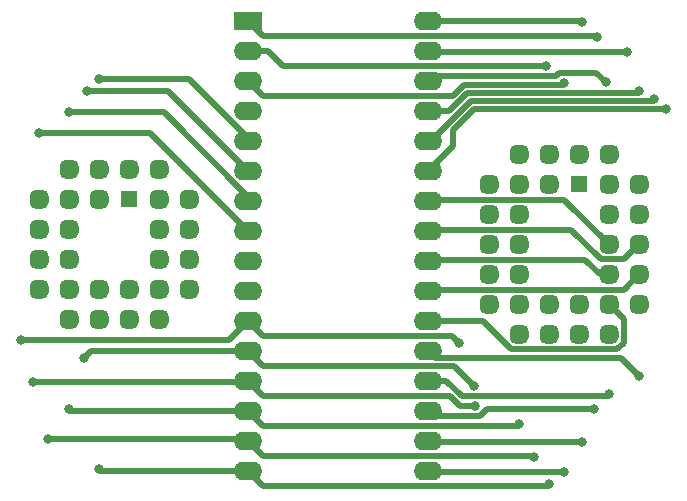
<source format=gbr>
G04 #@! TF.GenerationSoftware,KiCad,Pcbnew,5.1.7-a382d34a8~88~ubuntu20.04.1*
G04 #@! TF.CreationDate,2021-03-27T06:24:58-07:00*
G04 #@! TF.ProjectId,galep4-plcc-28,67616c65-7034-42d7-906c-63632d32382e,Mar2021*
G04 #@! TF.SameCoordinates,Original*
G04 #@! TF.FileFunction,Copper,L1,Top*
G04 #@! TF.FilePolarity,Positive*
%FSLAX46Y46*%
G04 Gerber Fmt 4.6, Leading zero omitted, Abs format (unit mm)*
G04 Created by KiCad (PCBNEW 5.1.7-a382d34a8~88~ubuntu20.04.1) date 2021-03-27 06:24:58*
%MOMM*%
%LPD*%
G01*
G04 APERTURE LIST*
G04 #@! TA.AperFunction,ComponentPad*
%ADD10O,2.400000X1.600000*%
G04 #@! TD*
G04 #@! TA.AperFunction,ComponentPad*
%ADD11R,2.400000X1.600000*%
G04 #@! TD*
G04 #@! TA.AperFunction,ComponentPad*
%ADD12R,1.422400X1.422400*%
G04 #@! TD*
G04 #@! TA.AperFunction,ViaPad*
%ADD13C,0.800000*%
G04 #@! TD*
G04 #@! TA.AperFunction,Conductor*
%ADD14C,0.500000*%
G04 #@! TD*
G04 APERTURE END LIST*
D10*
G04 #@! TO.P,U3,32*
G04 #@! TO.N,/32*
X180238000Y-78380000D03*
G04 #@! TO.P,U3,16*
G04 #@! TO.N,/16*
X164998000Y-116480000D03*
G04 #@! TO.P,U3,31*
G04 #@! TO.N,/31*
X180238000Y-80920000D03*
G04 #@! TO.P,U3,15*
G04 #@! TO.N,/15*
X164998000Y-113940000D03*
G04 #@! TO.P,U3,30*
G04 #@! TO.N,/30*
X180238000Y-83460000D03*
G04 #@! TO.P,U3,14*
G04 #@! TO.N,/14*
X164998000Y-111400000D03*
G04 #@! TO.P,U3,29*
G04 #@! TO.N,/29*
X180238000Y-86000000D03*
G04 #@! TO.P,U3,13*
G04 #@! TO.N,/13*
X164998000Y-108860000D03*
G04 #@! TO.P,U3,28*
G04 #@! TO.N,/28*
X180238000Y-88540000D03*
G04 #@! TO.P,U3,12*
G04 #@! TO.N,/12*
X164998000Y-106320000D03*
G04 #@! TO.P,U3,27*
G04 #@! TO.N,/27*
X180238000Y-91080000D03*
G04 #@! TO.P,U3,11*
G04 #@! TO.N,/11*
X164998000Y-103780000D03*
G04 #@! TO.P,U3,26*
G04 #@! TO.N,/26*
X180238000Y-93620000D03*
G04 #@! TO.P,U3,10*
G04 #@! TO.N,/10*
X164998000Y-101240000D03*
G04 #@! TO.P,U3,25*
G04 #@! TO.N,/25*
X180238000Y-96160000D03*
G04 #@! TO.P,U3,9*
G04 #@! TO.N,/24-5*
X164998000Y-98700000D03*
G04 #@! TO.P,U3,24*
G04 #@! TO.N,/24*
X180238000Y-98700000D03*
G04 #@! TO.P,U3,8*
G04 #@! TO.N,/24-4*
X164998000Y-96160000D03*
G04 #@! TO.P,U3,23*
G04 #@! TO.N,/23*
X180238000Y-101240000D03*
G04 #@! TO.P,U3,7*
G04 #@! TO.N,/24-3*
X164998000Y-93620000D03*
G04 #@! TO.P,U3,22*
G04 #@! TO.N,/22*
X180238000Y-103780000D03*
G04 #@! TO.P,U3,6*
G04 #@! TO.N,/24-2*
X164998000Y-91080000D03*
G04 #@! TO.P,U3,21*
G04 #@! TO.N,/21*
X180238000Y-106320000D03*
G04 #@! TO.P,U3,5*
G04 #@! TO.N,/24-1*
X164998000Y-88540000D03*
G04 #@! TO.P,U3,20*
G04 #@! TO.N,/20*
X180238000Y-108860000D03*
G04 #@! TO.P,U3,4*
G04 #@! TO.N,/4*
X164998000Y-86000000D03*
G04 #@! TO.P,U3,19*
G04 #@! TO.N,/19*
X180238000Y-111400000D03*
G04 #@! TO.P,U3,3*
G04 #@! TO.N,/3*
X164998000Y-83460000D03*
G04 #@! TO.P,U3,18*
G04 #@! TO.N,/18*
X180238000Y-113940000D03*
G04 #@! TO.P,U3,2*
G04 #@! TO.N,/2*
X164998000Y-80920000D03*
G04 #@! TO.P,U3,17*
G04 #@! TO.N,/17*
X180238000Y-116480000D03*
D11*
G04 #@! TO.P,U3,1*
G04 #@! TO.N,/1*
X164998000Y-78380000D03*
G04 #@! TD*
G04 #@! TO.P,U2,29*
G04 #@! TO.N,/29*
G04 #@! TA.AperFunction,ComponentPad*
G36*
G01*
X197320000Y-92502800D02*
X197320000Y-91901200D01*
G75*
G02*
X197819200Y-91402000I499200J0D01*
G01*
X198420800Y-91402000D01*
G75*
G02*
X198920000Y-91901200I0J-499200D01*
G01*
X198920000Y-92502800D01*
G75*
G02*
X198420800Y-93002000I-499200J0D01*
G01*
X197819200Y-93002000D01*
G75*
G02*
X197320000Y-92502800I0J499200D01*
G01*
G37*
G04 #@! TD.AperFunction*
G04 #@! TO.P,U2,27*
G04 #@! TO.N,/27*
G04 #@! TA.AperFunction,ComponentPad*
G36*
G01*
X197320000Y-95042800D02*
X197320000Y-94441200D01*
G75*
G02*
X197819200Y-93942000I499200J0D01*
G01*
X198420800Y-93942000D01*
G75*
G02*
X198920000Y-94441200I0J-499200D01*
G01*
X198920000Y-95042800D01*
G75*
G02*
X198420800Y-95542000I-499200J0D01*
G01*
X197819200Y-95542000D01*
G75*
G02*
X197320000Y-95042800I0J499200D01*
G01*
G37*
G04 #@! TD.AperFunction*
G04 #@! TO.P,U2,25*
G04 #@! TO.N,/25*
G04 #@! TA.AperFunction,ComponentPad*
G36*
G01*
X197320000Y-97582800D02*
X197320000Y-96981200D01*
G75*
G02*
X197819200Y-96482000I499200J0D01*
G01*
X198420800Y-96482000D01*
G75*
G02*
X198920000Y-96981200I0J-499200D01*
G01*
X198920000Y-97582800D01*
G75*
G02*
X198420800Y-98082000I-499200J0D01*
G01*
X197819200Y-98082000D01*
G75*
G02*
X197320000Y-97582800I0J499200D01*
G01*
G37*
G04 #@! TD.AperFunction*
G04 #@! TO.P,U2,23*
G04 #@! TO.N,/23*
G04 #@! TA.AperFunction,ComponentPad*
G36*
G01*
X197320000Y-100122800D02*
X197320000Y-99521200D01*
G75*
G02*
X197819200Y-99022000I499200J0D01*
G01*
X198420800Y-99022000D01*
G75*
G02*
X198920000Y-99521200I0J-499200D01*
G01*
X198920000Y-100122800D01*
G75*
G02*
X198420800Y-100622000I-499200J0D01*
G01*
X197819200Y-100622000D01*
G75*
G02*
X197320000Y-100122800I0J499200D01*
G01*
G37*
G04 #@! TD.AperFunction*
G04 #@! TO.P,U2,28*
G04 #@! TO.N,/28*
G04 #@! TA.AperFunction,ComponentPad*
G36*
G01*
X194780000Y-95042800D02*
X194780000Y-94441200D01*
G75*
G02*
X195279200Y-93942000I499200J0D01*
G01*
X195880800Y-93942000D01*
G75*
G02*
X196380000Y-94441200I0J-499200D01*
G01*
X196380000Y-95042800D01*
G75*
G02*
X195880800Y-95542000I-499200J0D01*
G01*
X195279200Y-95542000D01*
G75*
G02*
X194780000Y-95042800I0J499200D01*
G01*
G37*
G04 #@! TD.AperFunction*
G04 #@! TO.P,U2,26*
G04 #@! TO.N,/26*
G04 #@! TA.AperFunction,ComponentPad*
G36*
G01*
X194780000Y-97582800D02*
X194780000Y-96981200D01*
G75*
G02*
X195279200Y-96482000I499200J0D01*
G01*
X195880800Y-96482000D01*
G75*
G02*
X196380000Y-96981200I0J-499200D01*
G01*
X196380000Y-97582800D01*
G75*
G02*
X195880800Y-98082000I-499200J0D01*
G01*
X195279200Y-98082000D01*
G75*
G02*
X194780000Y-97582800I0J499200D01*
G01*
G37*
G04 #@! TD.AperFunction*
G04 #@! TO.P,U2,24*
G04 #@! TO.N,/24*
G04 #@! TA.AperFunction,ComponentPad*
G36*
G01*
X194780000Y-100122800D02*
X194780000Y-99521200D01*
G75*
G02*
X195279200Y-99022000I499200J0D01*
G01*
X195880800Y-99022000D01*
G75*
G02*
X196380000Y-99521200I0J-499200D01*
G01*
X196380000Y-100122800D01*
G75*
G02*
X195880800Y-100622000I-499200J0D01*
G01*
X195279200Y-100622000D01*
G75*
G02*
X194780000Y-100122800I0J499200D01*
G01*
G37*
G04 #@! TD.AperFunction*
G04 #@! TO.P,U2,22*
G04 #@! TO.N,/22*
G04 #@! TA.AperFunction,ComponentPad*
G36*
G01*
X194780000Y-102662800D02*
X194780000Y-102061200D01*
G75*
G02*
X195279200Y-101562000I499200J0D01*
G01*
X195880800Y-101562000D01*
G75*
G02*
X196380000Y-102061200I0J-499200D01*
G01*
X196380000Y-102662800D01*
G75*
G02*
X195880800Y-103162000I-499200J0D01*
G01*
X195279200Y-103162000D01*
G75*
G02*
X194780000Y-102662800I0J499200D01*
G01*
G37*
G04 #@! TD.AperFunction*
G04 #@! TO.P,U2,20*
G04 #@! TO.N,/20*
G04 #@! TA.AperFunction,ComponentPad*
G36*
G01*
X194780000Y-105202800D02*
X194780000Y-104601200D01*
G75*
G02*
X195279200Y-104102000I499200J0D01*
G01*
X195880800Y-104102000D01*
G75*
G02*
X196380000Y-104601200I0J-499200D01*
G01*
X196380000Y-105202800D01*
G75*
G02*
X195880800Y-105702000I-499200J0D01*
G01*
X195279200Y-105702000D01*
G75*
G02*
X194780000Y-105202800I0J499200D01*
G01*
G37*
G04 #@! TD.AperFunction*
G04 #@! TO.P,U2,18*
G04 #@! TO.N,/18*
G04 #@! TA.AperFunction,ComponentPad*
G36*
G01*
X192240000Y-105202800D02*
X192240000Y-104601200D01*
G75*
G02*
X192739200Y-104102000I499200J0D01*
G01*
X193340800Y-104102000D01*
G75*
G02*
X193840000Y-104601200I0J-499200D01*
G01*
X193840000Y-105202800D01*
G75*
G02*
X193340800Y-105702000I-499200J0D01*
G01*
X192739200Y-105702000D01*
G75*
G02*
X192240000Y-105202800I0J499200D01*
G01*
G37*
G04 #@! TD.AperFunction*
G04 #@! TO.P,U2,16*
G04 #@! TO.N,/16*
G04 #@! TA.AperFunction,ComponentPad*
G36*
G01*
X189700000Y-105202800D02*
X189700000Y-104601200D01*
G75*
G02*
X190199200Y-104102000I499200J0D01*
G01*
X190800800Y-104102000D01*
G75*
G02*
X191300000Y-104601200I0J-499200D01*
G01*
X191300000Y-105202800D01*
G75*
G02*
X190800800Y-105702000I-499200J0D01*
G01*
X190199200Y-105702000D01*
G75*
G02*
X189700000Y-105202800I0J499200D01*
G01*
G37*
G04 #@! TD.AperFunction*
G04 #@! TO.P,U2,14*
G04 #@! TO.N,/14*
G04 #@! TA.AperFunction,ComponentPad*
G36*
G01*
X187160000Y-105202800D02*
X187160000Y-104601200D01*
G75*
G02*
X187659200Y-104102000I499200J0D01*
G01*
X188260800Y-104102000D01*
G75*
G02*
X188760000Y-104601200I0J-499200D01*
G01*
X188760000Y-105202800D01*
G75*
G02*
X188260800Y-105702000I-499200J0D01*
G01*
X187659200Y-105702000D01*
G75*
G02*
X187160000Y-105202800I0J499200D01*
G01*
G37*
G04 #@! TD.AperFunction*
G04 #@! TO.P,U2,21*
G04 #@! TO.N,/21*
G04 #@! TA.AperFunction,ComponentPad*
G36*
G01*
X197320000Y-102662800D02*
X197320000Y-102061200D01*
G75*
G02*
X197819200Y-101562000I499200J0D01*
G01*
X198420800Y-101562000D01*
G75*
G02*
X198920000Y-102061200I0J-499200D01*
G01*
X198920000Y-102662800D01*
G75*
G02*
X198420800Y-103162000I-499200J0D01*
G01*
X197819200Y-103162000D01*
G75*
G02*
X197320000Y-102662800I0J499200D01*
G01*
G37*
G04 #@! TD.AperFunction*
G04 #@! TO.P,U2,19*
G04 #@! TO.N,/19*
G04 #@! TA.AperFunction,ComponentPad*
G36*
G01*
X192240000Y-102662800D02*
X192240000Y-102061200D01*
G75*
G02*
X192739200Y-101562000I499200J0D01*
G01*
X193340800Y-101562000D01*
G75*
G02*
X193840000Y-102061200I0J-499200D01*
G01*
X193840000Y-102662800D01*
G75*
G02*
X193340800Y-103162000I-499200J0D01*
G01*
X192739200Y-103162000D01*
G75*
G02*
X192240000Y-102662800I0J499200D01*
G01*
G37*
G04 #@! TD.AperFunction*
G04 #@! TO.P,U2,17*
G04 #@! TO.N,/17*
G04 #@! TA.AperFunction,ComponentPad*
G36*
G01*
X189700000Y-102662800D02*
X189700000Y-102061200D01*
G75*
G02*
X190199200Y-101562000I499200J0D01*
G01*
X190800800Y-101562000D01*
G75*
G02*
X191300000Y-102061200I0J-499200D01*
G01*
X191300000Y-102662800D01*
G75*
G02*
X190800800Y-103162000I-499200J0D01*
G01*
X190199200Y-103162000D01*
G75*
G02*
X189700000Y-102662800I0J499200D01*
G01*
G37*
G04 #@! TD.AperFunction*
G04 #@! TO.P,U2,15*
G04 #@! TO.N,/15*
G04 #@! TA.AperFunction,ComponentPad*
G36*
G01*
X187160000Y-102662800D02*
X187160000Y-102061200D01*
G75*
G02*
X187659200Y-101562000I499200J0D01*
G01*
X188260800Y-101562000D01*
G75*
G02*
X188760000Y-102061200I0J-499200D01*
G01*
X188760000Y-102662800D01*
G75*
G02*
X188260800Y-103162000I-499200J0D01*
G01*
X187659200Y-103162000D01*
G75*
G02*
X187160000Y-102662800I0J499200D01*
G01*
G37*
G04 #@! TD.AperFunction*
G04 #@! TO.P,U2,13*
G04 #@! TO.N,/13*
G04 #@! TA.AperFunction,ComponentPad*
G36*
G01*
X184620000Y-102662800D02*
X184620000Y-102061200D01*
G75*
G02*
X185119200Y-101562000I499200J0D01*
G01*
X185720800Y-101562000D01*
G75*
G02*
X186220000Y-102061200I0J-499200D01*
G01*
X186220000Y-102662800D01*
G75*
G02*
X185720800Y-103162000I-499200J0D01*
G01*
X185119200Y-103162000D01*
G75*
G02*
X184620000Y-102662800I0J499200D01*
G01*
G37*
G04 #@! TD.AperFunction*
G04 #@! TO.P,U2,11*
G04 #@! TO.N,/11*
G04 #@! TA.AperFunction,ComponentPad*
G36*
G01*
X184620000Y-100122800D02*
X184620000Y-99521200D01*
G75*
G02*
X185119200Y-99022000I499200J0D01*
G01*
X185720800Y-99022000D01*
G75*
G02*
X186220000Y-99521200I0J-499200D01*
G01*
X186220000Y-100122800D01*
G75*
G02*
X185720800Y-100622000I-499200J0D01*
G01*
X185119200Y-100622000D01*
G75*
G02*
X184620000Y-100122800I0J499200D01*
G01*
G37*
G04 #@! TD.AperFunction*
G04 #@! TO.P,U2,9*
G04 #@! TO.N,/24-5*
G04 #@! TA.AperFunction,ComponentPad*
G36*
G01*
X184620000Y-97582800D02*
X184620000Y-96981200D01*
G75*
G02*
X185119200Y-96482000I499200J0D01*
G01*
X185720800Y-96482000D01*
G75*
G02*
X186220000Y-96981200I0J-499200D01*
G01*
X186220000Y-97582800D01*
G75*
G02*
X185720800Y-98082000I-499200J0D01*
G01*
X185119200Y-98082000D01*
G75*
G02*
X184620000Y-97582800I0J499200D01*
G01*
G37*
G04 #@! TD.AperFunction*
G04 #@! TO.P,U2,7*
G04 #@! TO.N,/24-3*
G04 #@! TA.AperFunction,ComponentPad*
G36*
G01*
X184620000Y-95042800D02*
X184620000Y-94441200D01*
G75*
G02*
X185119200Y-93942000I499200J0D01*
G01*
X185720800Y-93942000D01*
G75*
G02*
X186220000Y-94441200I0J-499200D01*
G01*
X186220000Y-95042800D01*
G75*
G02*
X185720800Y-95542000I-499200J0D01*
G01*
X185119200Y-95542000D01*
G75*
G02*
X184620000Y-95042800I0J499200D01*
G01*
G37*
G04 #@! TD.AperFunction*
G04 #@! TO.P,U2,5*
G04 #@! TO.N,/24-1*
G04 #@! TA.AperFunction,ComponentPad*
G36*
G01*
X184620000Y-92502800D02*
X184620000Y-91901200D01*
G75*
G02*
X185119200Y-91402000I499200J0D01*
G01*
X185720800Y-91402000D01*
G75*
G02*
X186220000Y-91901200I0J-499200D01*
G01*
X186220000Y-92502800D01*
G75*
G02*
X185720800Y-93002000I-499200J0D01*
G01*
X185119200Y-93002000D01*
G75*
G02*
X184620000Y-92502800I0J499200D01*
G01*
G37*
G04 #@! TD.AperFunction*
G04 #@! TO.P,U2,12*
G04 #@! TO.N,/12*
G04 #@! TA.AperFunction,ComponentPad*
G36*
G01*
X187160000Y-100122800D02*
X187160000Y-99521200D01*
G75*
G02*
X187659200Y-99022000I499200J0D01*
G01*
X188260800Y-99022000D01*
G75*
G02*
X188760000Y-99521200I0J-499200D01*
G01*
X188760000Y-100122800D01*
G75*
G02*
X188260800Y-100622000I-499200J0D01*
G01*
X187659200Y-100622000D01*
G75*
G02*
X187160000Y-100122800I0J499200D01*
G01*
G37*
G04 #@! TD.AperFunction*
G04 #@! TO.P,U2,10*
G04 #@! TO.N,/10*
G04 #@! TA.AperFunction,ComponentPad*
G36*
G01*
X187160000Y-97582800D02*
X187160000Y-96981200D01*
G75*
G02*
X187659200Y-96482000I499200J0D01*
G01*
X188260800Y-96482000D01*
G75*
G02*
X188760000Y-96981200I0J-499200D01*
G01*
X188760000Y-97582800D01*
G75*
G02*
X188260800Y-98082000I-499200J0D01*
G01*
X187659200Y-98082000D01*
G75*
G02*
X187160000Y-97582800I0J499200D01*
G01*
G37*
G04 #@! TD.AperFunction*
G04 #@! TO.P,U2,8*
G04 #@! TO.N,/24-4*
G04 #@! TA.AperFunction,ComponentPad*
G36*
G01*
X187160000Y-95042800D02*
X187160000Y-94441200D01*
G75*
G02*
X187659200Y-93942000I499200J0D01*
G01*
X188260800Y-93942000D01*
G75*
G02*
X188760000Y-94441200I0J-499200D01*
G01*
X188760000Y-95042800D01*
G75*
G02*
X188260800Y-95542000I-499200J0D01*
G01*
X187659200Y-95542000D01*
G75*
G02*
X187160000Y-95042800I0J499200D01*
G01*
G37*
G04 #@! TD.AperFunction*
G04 #@! TO.P,U2,6*
G04 #@! TO.N,/24-2*
G04 #@! TA.AperFunction,ComponentPad*
G36*
G01*
X187160000Y-92502800D02*
X187160000Y-91901200D01*
G75*
G02*
X187659200Y-91402000I499200J0D01*
G01*
X188260800Y-91402000D01*
G75*
G02*
X188760000Y-91901200I0J-499200D01*
G01*
X188760000Y-92502800D01*
G75*
G02*
X188260800Y-93002000I-499200J0D01*
G01*
X187659200Y-93002000D01*
G75*
G02*
X187160000Y-92502800I0J499200D01*
G01*
G37*
G04 #@! TD.AperFunction*
G04 #@! TO.P,U2,30*
G04 #@! TO.N,/30*
G04 #@! TA.AperFunction,ComponentPad*
G36*
G01*
X194780000Y-89962800D02*
X194780000Y-89361200D01*
G75*
G02*
X195279200Y-88862000I499200J0D01*
G01*
X195880800Y-88862000D01*
G75*
G02*
X196380000Y-89361200I0J-499200D01*
G01*
X196380000Y-89962800D01*
G75*
G02*
X195880800Y-90462000I-499200J0D01*
G01*
X195279200Y-90462000D01*
G75*
G02*
X194780000Y-89962800I0J499200D01*
G01*
G37*
G04 #@! TD.AperFunction*
G04 #@! TO.P,U2,32*
G04 #@! TO.N,/32*
G04 #@! TA.AperFunction,ComponentPad*
G36*
G01*
X192240000Y-89962800D02*
X192240000Y-89361200D01*
G75*
G02*
X192739200Y-88862000I499200J0D01*
G01*
X193340800Y-88862000D01*
G75*
G02*
X193840000Y-89361200I0J-499200D01*
G01*
X193840000Y-89962800D01*
G75*
G02*
X193340800Y-90462000I-499200J0D01*
G01*
X192739200Y-90462000D01*
G75*
G02*
X192240000Y-89962800I0J499200D01*
G01*
G37*
G04 #@! TD.AperFunction*
G04 #@! TO.P,U2,4*
G04 #@! TO.N,/4*
G04 #@! TA.AperFunction,ComponentPad*
G36*
G01*
X187160000Y-89962800D02*
X187160000Y-89361200D01*
G75*
G02*
X187659200Y-88862000I499200J0D01*
G01*
X188260800Y-88862000D01*
G75*
G02*
X188760000Y-89361200I0J-499200D01*
G01*
X188760000Y-89962800D01*
G75*
G02*
X188260800Y-90462000I-499200J0D01*
G01*
X187659200Y-90462000D01*
G75*
G02*
X187160000Y-89962800I0J499200D01*
G01*
G37*
G04 #@! TD.AperFunction*
G04 #@! TO.P,U2,2*
G04 #@! TO.N,/2*
G04 #@! TA.AperFunction,ComponentPad*
G36*
G01*
X189700000Y-89962800D02*
X189700000Y-89361200D01*
G75*
G02*
X190199200Y-88862000I499200J0D01*
G01*
X190800800Y-88862000D01*
G75*
G02*
X191300000Y-89361200I0J-499200D01*
G01*
X191300000Y-89962800D01*
G75*
G02*
X190800800Y-90462000I-499200J0D01*
G01*
X190199200Y-90462000D01*
G75*
G02*
X189700000Y-89962800I0J499200D01*
G01*
G37*
G04 #@! TD.AperFunction*
G04 #@! TO.P,U2,31*
G04 #@! TO.N,/31*
G04 #@! TA.AperFunction,ComponentPad*
G36*
G01*
X194780000Y-92502800D02*
X194780000Y-91901200D01*
G75*
G02*
X195279200Y-91402000I499200J0D01*
G01*
X195880800Y-91402000D01*
G75*
G02*
X196380000Y-91901200I0J-499200D01*
G01*
X196380000Y-92502800D01*
G75*
G02*
X195880800Y-93002000I-499200J0D01*
G01*
X195279200Y-93002000D01*
G75*
G02*
X194780000Y-92502800I0J499200D01*
G01*
G37*
G04 #@! TD.AperFunction*
G04 #@! TO.P,U2,3*
G04 #@! TO.N,/3*
G04 #@! TA.AperFunction,ComponentPad*
G36*
G01*
X189700000Y-92502800D02*
X189700000Y-91901200D01*
G75*
G02*
X190199200Y-91402000I499200J0D01*
G01*
X190800800Y-91402000D01*
G75*
G02*
X191300000Y-91901200I0J-499200D01*
G01*
X191300000Y-92502800D01*
G75*
G02*
X190800800Y-93002000I-499200J0D01*
G01*
X190199200Y-93002000D01*
G75*
G02*
X189700000Y-92502800I0J499200D01*
G01*
G37*
G04 #@! TD.AperFunction*
D12*
G04 #@! TO.P,U2,1*
G04 #@! TO.N,/1*
X193040000Y-92202000D03*
G04 #@! TD*
G04 #@! TO.P,U1,25*
G04 #@! TO.N,/24-21*
G04 #@! TA.AperFunction,ComponentPad*
G36*
G01*
X159220000Y-93772800D02*
X159220000Y-93171200D01*
G75*
G02*
X159719200Y-92672000I499200J0D01*
G01*
X160320800Y-92672000D01*
G75*
G02*
X160820000Y-93171200I0J-499200D01*
G01*
X160820000Y-93772800D01*
G75*
G02*
X160320800Y-94272000I-499200J0D01*
G01*
X159719200Y-94272000D01*
G75*
G02*
X159220000Y-93772800I0J499200D01*
G01*
G37*
G04 #@! TD.AperFunction*
G04 #@! TO.P,U1,23*
G04 #@! TO.N,/24-19*
G04 #@! TA.AperFunction,ComponentPad*
G36*
G01*
X159220000Y-96312800D02*
X159220000Y-95711200D01*
G75*
G02*
X159719200Y-95212000I499200J0D01*
G01*
X160320800Y-95212000D01*
G75*
G02*
X160820000Y-95711200I0J-499200D01*
G01*
X160820000Y-96312800D01*
G75*
G02*
X160320800Y-96812000I-499200J0D01*
G01*
X159719200Y-96812000D01*
G75*
G02*
X159220000Y-96312800I0J499200D01*
G01*
G37*
G04 #@! TD.AperFunction*
G04 #@! TO.P,U1,21*
G04 #@! TO.N,/24-18*
G04 #@! TA.AperFunction,ComponentPad*
G36*
G01*
X159220000Y-98852800D02*
X159220000Y-98251200D01*
G75*
G02*
X159719200Y-97752000I499200J0D01*
G01*
X160320800Y-97752000D01*
G75*
G02*
X160820000Y-98251200I0J-499200D01*
G01*
X160820000Y-98852800D01*
G75*
G02*
X160320800Y-99352000I-499200J0D01*
G01*
X159719200Y-99352000D01*
G75*
G02*
X159220000Y-98852800I0J499200D01*
G01*
G37*
G04 #@! TD.AperFunction*
G04 #@! TO.P,U1,26*
G04 #@! TO.N,/24-22*
G04 #@! TA.AperFunction,ComponentPad*
G36*
G01*
X156680000Y-91232800D02*
X156680000Y-90631200D01*
G75*
G02*
X157179200Y-90132000I499200J0D01*
G01*
X157780800Y-90132000D01*
G75*
G02*
X158280000Y-90631200I0J-499200D01*
G01*
X158280000Y-91232800D01*
G75*
G02*
X157780800Y-91732000I-499200J0D01*
G01*
X157179200Y-91732000D01*
G75*
G02*
X156680000Y-91232800I0J499200D01*
G01*
G37*
G04 #@! TD.AperFunction*
G04 #@! TO.P,U1,24*
G04 #@! TO.N,/24-20*
G04 #@! TA.AperFunction,ComponentPad*
G36*
G01*
X156680000Y-96312800D02*
X156680000Y-95711200D01*
G75*
G02*
X157179200Y-95212000I499200J0D01*
G01*
X157780800Y-95212000D01*
G75*
G02*
X158280000Y-95711200I0J-499200D01*
G01*
X158280000Y-96312800D01*
G75*
G02*
X157780800Y-96812000I-499200J0D01*
G01*
X157179200Y-96812000D01*
G75*
G02*
X156680000Y-96312800I0J499200D01*
G01*
G37*
G04 #@! TD.AperFunction*
G04 #@! TO.P,U1,22*
G04 #@! TO.N,Net-(U1-Pad22)*
G04 #@! TA.AperFunction,ComponentPad*
G36*
G01*
X156680000Y-98852800D02*
X156680000Y-98251200D01*
G75*
G02*
X157179200Y-97752000I499200J0D01*
G01*
X157780800Y-97752000D01*
G75*
G02*
X158280000Y-98251200I0J-499200D01*
G01*
X158280000Y-98852800D01*
G75*
G02*
X157780800Y-99352000I-499200J0D01*
G01*
X157179200Y-99352000D01*
G75*
G02*
X156680000Y-98852800I0J499200D01*
G01*
G37*
G04 #@! TD.AperFunction*
G04 #@! TO.P,U1,20*
G04 #@! TO.N,/24-17*
G04 #@! TA.AperFunction,ComponentPad*
G36*
G01*
X156680000Y-101392800D02*
X156680000Y-100791200D01*
G75*
G02*
X157179200Y-100292000I499200J0D01*
G01*
X157780800Y-100292000D01*
G75*
G02*
X158280000Y-100791200I0J-499200D01*
G01*
X158280000Y-101392800D01*
G75*
G02*
X157780800Y-101892000I-499200J0D01*
G01*
X157179200Y-101892000D01*
G75*
G02*
X156680000Y-101392800I0J499200D01*
G01*
G37*
G04 #@! TD.AperFunction*
G04 #@! TO.P,U1,18*
G04 #@! TO.N,/24-15*
G04 #@! TA.AperFunction,ComponentPad*
G36*
G01*
X156680000Y-103932800D02*
X156680000Y-103331200D01*
G75*
G02*
X157179200Y-102832000I499200J0D01*
G01*
X157780800Y-102832000D01*
G75*
G02*
X158280000Y-103331200I0J-499200D01*
G01*
X158280000Y-103932800D01*
G75*
G02*
X157780800Y-104432000I-499200J0D01*
G01*
X157179200Y-104432000D01*
G75*
G02*
X156680000Y-103932800I0J499200D01*
G01*
G37*
G04 #@! TD.AperFunction*
G04 #@! TO.P,U1,16*
G04 #@! TO.N,/24-13*
G04 #@! TA.AperFunction,ComponentPad*
G36*
G01*
X154140000Y-103932800D02*
X154140000Y-103331200D01*
G75*
G02*
X154639200Y-102832000I499200J0D01*
G01*
X155240800Y-102832000D01*
G75*
G02*
X155740000Y-103331200I0J-499200D01*
G01*
X155740000Y-103932800D01*
G75*
G02*
X155240800Y-104432000I-499200J0D01*
G01*
X154639200Y-104432000D01*
G75*
G02*
X154140000Y-103932800I0J499200D01*
G01*
G37*
G04 #@! TD.AperFunction*
G04 #@! TO.P,U1,14*
G04 #@! TO.N,/16*
G04 #@! TA.AperFunction,ComponentPad*
G36*
G01*
X151600000Y-103932800D02*
X151600000Y-103331200D01*
G75*
G02*
X152099200Y-102832000I499200J0D01*
G01*
X152700800Y-102832000D01*
G75*
G02*
X153200000Y-103331200I0J-499200D01*
G01*
X153200000Y-103932800D01*
G75*
G02*
X152700800Y-104432000I-499200J0D01*
G01*
X152099200Y-104432000D01*
G75*
G02*
X151600000Y-103932800I0J499200D01*
G01*
G37*
G04 #@! TD.AperFunction*
G04 #@! TO.P,U1,12*
G04 #@! TO.N,/14*
G04 #@! TA.AperFunction,ComponentPad*
G36*
G01*
X149060000Y-103932800D02*
X149060000Y-103331200D01*
G75*
G02*
X149559200Y-102832000I499200J0D01*
G01*
X150160800Y-102832000D01*
G75*
G02*
X150660000Y-103331200I0J-499200D01*
G01*
X150660000Y-103932800D01*
G75*
G02*
X150160800Y-104432000I-499200J0D01*
G01*
X149559200Y-104432000D01*
G75*
G02*
X149060000Y-103932800I0J499200D01*
G01*
G37*
G04 #@! TD.AperFunction*
G04 #@! TO.P,U1,19*
G04 #@! TO.N,/24-16*
G04 #@! TA.AperFunction,ComponentPad*
G36*
G01*
X159220000Y-101392800D02*
X159220000Y-100791200D01*
G75*
G02*
X159719200Y-100292000I499200J0D01*
G01*
X160320800Y-100292000D01*
G75*
G02*
X160820000Y-100791200I0J-499200D01*
G01*
X160820000Y-101392800D01*
G75*
G02*
X160320800Y-101892000I-499200J0D01*
G01*
X159719200Y-101892000D01*
G75*
G02*
X159220000Y-101392800I0J499200D01*
G01*
G37*
G04 #@! TD.AperFunction*
G04 #@! TO.P,U1,17*
G04 #@! TO.N,/24-14*
G04 #@! TA.AperFunction,ComponentPad*
G36*
G01*
X154140000Y-101392800D02*
X154140000Y-100791200D01*
G75*
G02*
X154639200Y-100292000I499200J0D01*
G01*
X155240800Y-100292000D01*
G75*
G02*
X155740000Y-100791200I0J-499200D01*
G01*
X155740000Y-101392800D01*
G75*
G02*
X155240800Y-101892000I-499200J0D01*
G01*
X154639200Y-101892000D01*
G75*
G02*
X154140000Y-101392800I0J499200D01*
G01*
G37*
G04 #@! TD.AperFunction*
G04 #@! TO.P,U1,15*
G04 #@! TO.N,Net-(U1-Pad15)*
G04 #@! TA.AperFunction,ComponentPad*
G36*
G01*
X151600000Y-101392800D02*
X151600000Y-100791200D01*
G75*
G02*
X152099200Y-100292000I499200J0D01*
G01*
X152700800Y-100292000D01*
G75*
G02*
X153200000Y-100791200I0J-499200D01*
G01*
X153200000Y-101392800D01*
G75*
G02*
X152700800Y-101892000I-499200J0D01*
G01*
X152099200Y-101892000D01*
G75*
G02*
X151600000Y-101392800I0J499200D01*
G01*
G37*
G04 #@! TD.AperFunction*
G04 #@! TO.P,U1,13*
G04 #@! TO.N,/15*
G04 #@! TA.AperFunction,ComponentPad*
G36*
G01*
X149060000Y-101392800D02*
X149060000Y-100791200D01*
G75*
G02*
X149559200Y-100292000I499200J0D01*
G01*
X150160800Y-100292000D01*
G75*
G02*
X150660000Y-100791200I0J-499200D01*
G01*
X150660000Y-101392800D01*
G75*
G02*
X150160800Y-101892000I-499200J0D01*
G01*
X149559200Y-101892000D01*
G75*
G02*
X149060000Y-101392800I0J499200D01*
G01*
G37*
G04 #@! TD.AperFunction*
G04 #@! TO.P,U1,11*
G04 #@! TO.N,/13*
G04 #@! TA.AperFunction,ComponentPad*
G36*
G01*
X146520000Y-101392800D02*
X146520000Y-100791200D01*
G75*
G02*
X147019200Y-100292000I499200J0D01*
G01*
X147620800Y-100292000D01*
G75*
G02*
X148120000Y-100791200I0J-499200D01*
G01*
X148120000Y-101392800D01*
G75*
G02*
X147620800Y-101892000I-499200J0D01*
G01*
X147019200Y-101892000D01*
G75*
G02*
X146520000Y-101392800I0J499200D01*
G01*
G37*
G04 #@! TD.AperFunction*
G04 #@! TO.P,U1,9*
G04 #@! TO.N,/11*
G04 #@! TA.AperFunction,ComponentPad*
G36*
G01*
X146520000Y-98852800D02*
X146520000Y-98251200D01*
G75*
G02*
X147019200Y-97752000I499200J0D01*
G01*
X147620800Y-97752000D01*
G75*
G02*
X148120000Y-98251200I0J-499200D01*
G01*
X148120000Y-98852800D01*
G75*
G02*
X147620800Y-99352000I-499200J0D01*
G01*
X147019200Y-99352000D01*
G75*
G02*
X146520000Y-98852800I0J499200D01*
G01*
G37*
G04 #@! TD.AperFunction*
G04 #@! TO.P,U1,7*
G04 #@! TO.N,/10*
G04 #@! TA.AperFunction,ComponentPad*
G36*
G01*
X146520000Y-96312800D02*
X146520000Y-95711200D01*
G75*
G02*
X147019200Y-95212000I499200J0D01*
G01*
X147620800Y-95212000D01*
G75*
G02*
X148120000Y-95711200I0J-499200D01*
G01*
X148120000Y-96312800D01*
G75*
G02*
X147620800Y-96812000I-499200J0D01*
G01*
X147019200Y-96812000D01*
G75*
G02*
X146520000Y-96312800I0J499200D01*
G01*
G37*
G04 #@! TD.AperFunction*
G04 #@! TO.P,U1,5*
G04 #@! TO.N,/24-4*
G04 #@! TA.AperFunction,ComponentPad*
G36*
G01*
X146520000Y-93772800D02*
X146520000Y-93171200D01*
G75*
G02*
X147019200Y-92672000I499200J0D01*
G01*
X147620800Y-92672000D01*
G75*
G02*
X148120000Y-93171200I0J-499200D01*
G01*
X148120000Y-93772800D01*
G75*
G02*
X147620800Y-94272000I-499200J0D01*
G01*
X147019200Y-94272000D01*
G75*
G02*
X146520000Y-93772800I0J499200D01*
G01*
G37*
G04 #@! TD.AperFunction*
G04 #@! TO.P,U1,10*
G04 #@! TO.N,/12*
G04 #@! TA.AperFunction,ComponentPad*
G36*
G01*
X149060000Y-98852800D02*
X149060000Y-98251200D01*
G75*
G02*
X149559200Y-97752000I499200J0D01*
G01*
X150160800Y-97752000D01*
G75*
G02*
X150660000Y-98251200I0J-499200D01*
G01*
X150660000Y-98852800D01*
G75*
G02*
X150160800Y-99352000I-499200J0D01*
G01*
X149559200Y-99352000D01*
G75*
G02*
X149060000Y-98852800I0J499200D01*
G01*
G37*
G04 #@! TD.AperFunction*
G04 #@! TO.P,U1,8*
G04 #@! TO.N,Net-(U1-Pad8)*
G04 #@! TA.AperFunction,ComponentPad*
G36*
G01*
X149060000Y-96312800D02*
X149060000Y-95711200D01*
G75*
G02*
X149559200Y-95212000I499200J0D01*
G01*
X150160800Y-95212000D01*
G75*
G02*
X150660000Y-95711200I0J-499200D01*
G01*
X150660000Y-96312800D01*
G75*
G02*
X150160800Y-96812000I-499200J0D01*
G01*
X149559200Y-96812000D01*
G75*
G02*
X149060000Y-96312800I0J499200D01*
G01*
G37*
G04 #@! TD.AperFunction*
G04 #@! TO.P,U1,6*
G04 #@! TO.N,/24-5*
G04 #@! TA.AperFunction,ComponentPad*
G36*
G01*
X149060000Y-93772800D02*
X149060000Y-93171200D01*
G75*
G02*
X149559200Y-92672000I499200J0D01*
G01*
X150160800Y-92672000D01*
G75*
G02*
X150660000Y-93171200I0J-499200D01*
G01*
X150660000Y-93772800D01*
G75*
G02*
X150160800Y-94272000I-499200J0D01*
G01*
X149559200Y-94272000D01*
G75*
G02*
X149060000Y-93772800I0J499200D01*
G01*
G37*
G04 #@! TD.AperFunction*
G04 #@! TO.P,U1,28*
G04 #@! TO.N,/24-24*
G04 #@! TA.AperFunction,ComponentPad*
G36*
G01*
X154140000Y-91232800D02*
X154140000Y-90631200D01*
G75*
G02*
X154639200Y-90132000I499200J0D01*
G01*
X155240800Y-90132000D01*
G75*
G02*
X155740000Y-90631200I0J-499200D01*
G01*
X155740000Y-91232800D01*
G75*
G02*
X155240800Y-91732000I-499200J0D01*
G01*
X154639200Y-91732000D01*
G75*
G02*
X154140000Y-91232800I0J499200D01*
G01*
G37*
G04 #@! TD.AperFunction*
G04 #@! TO.P,U1,4*
G04 #@! TO.N,/24-3*
G04 #@! TA.AperFunction,ComponentPad*
G36*
G01*
X149060000Y-91232800D02*
X149060000Y-90631200D01*
G75*
G02*
X149559200Y-90132000I499200J0D01*
G01*
X150160800Y-90132000D01*
G75*
G02*
X150660000Y-90631200I0J-499200D01*
G01*
X150660000Y-91232800D01*
G75*
G02*
X150160800Y-91732000I-499200J0D01*
G01*
X149559200Y-91732000D01*
G75*
G02*
X149060000Y-91232800I0J499200D01*
G01*
G37*
G04 #@! TD.AperFunction*
G04 #@! TO.P,U1,2*
G04 #@! TO.N,/24-1*
G04 #@! TA.AperFunction,ComponentPad*
G36*
G01*
X151600000Y-91232800D02*
X151600000Y-90631200D01*
G75*
G02*
X152099200Y-90132000I499200J0D01*
G01*
X152700800Y-90132000D01*
G75*
G02*
X153200000Y-90631200I0J-499200D01*
G01*
X153200000Y-91232800D01*
G75*
G02*
X152700800Y-91732000I-499200J0D01*
G01*
X152099200Y-91732000D01*
G75*
G02*
X151600000Y-91232800I0J499200D01*
G01*
G37*
G04 #@! TD.AperFunction*
G04 #@! TO.P,U1,27*
G04 #@! TO.N,/24-23*
G04 #@! TA.AperFunction,ComponentPad*
G36*
G01*
X156680000Y-93772800D02*
X156680000Y-93171200D01*
G75*
G02*
X157179200Y-92672000I499200J0D01*
G01*
X157780800Y-92672000D01*
G75*
G02*
X158280000Y-93171200I0J-499200D01*
G01*
X158280000Y-93772800D01*
G75*
G02*
X157780800Y-94272000I-499200J0D01*
G01*
X157179200Y-94272000D01*
G75*
G02*
X156680000Y-93772800I0J499200D01*
G01*
G37*
G04 #@! TD.AperFunction*
G04 #@! TO.P,U1,3*
G04 #@! TO.N,/24-2*
G04 #@! TA.AperFunction,ComponentPad*
G36*
G01*
X151600000Y-93772800D02*
X151600000Y-93171200D01*
G75*
G02*
X152099200Y-92672000I499200J0D01*
G01*
X152700800Y-92672000D01*
G75*
G02*
X153200000Y-93171200I0J-499200D01*
G01*
X153200000Y-93772800D01*
G75*
G02*
X152700800Y-94272000I-499200J0D01*
G01*
X152099200Y-94272000D01*
G75*
G02*
X151600000Y-93772800I0J499200D01*
G01*
G37*
G04 #@! TD.AperFunction*
G04 #@! TO.P,U1,1*
G04 #@! TO.N,Net-(U1-Pad1)*
X154940000Y-93472000D03*
G04 #@! TD*
D13*
G04 #@! TO.N,/29*
X198120000Y-84301979D03*
G04 #@! TO.N,/27*
X200406000Y-85852000D03*
G04 #@! TO.N,/28*
X199390000Y-85001990D03*
G04 #@! TO.N,/20*
X195580000Y-109982000D03*
G04 #@! TO.N,/18*
X193294000Y-114046000D03*
G04 #@! TO.N,/16*
X190500000Y-117602000D03*
X152400000Y-116332000D03*
G04 #@! TO.N,/14*
X187960000Y-112522000D03*
X149860000Y-111252000D03*
G04 #@! TO.N,/21*
X198120000Y-108458000D03*
G04 #@! TO.N,/19*
X194310000Y-111252000D03*
G04 #@! TO.N,/17*
X191770000Y-116586000D03*
G04 #@! TO.N,/15*
X189230000Y-115316000D03*
X148082000Y-113792000D03*
G04 #@! TO.N,/13*
X184249694Y-111008022D03*
X146812000Y-108966000D03*
G04 #@! TO.N,/11*
X182880000Y-105664000D03*
X145796000Y-105410000D03*
G04 #@! TO.N,/12*
X184113762Y-109308010D03*
X151130000Y-106934000D03*
G04 #@! TO.N,/30*
X195326000Y-83566000D03*
G04 #@! TO.N,/32*
X193294000Y-78486000D03*
G04 #@! TO.N,/2*
X190246000Y-82201946D03*
G04 #@! TO.N,/31*
X197104000Y-81026000D03*
G04 #@! TO.N,/3*
X191770000Y-83601968D03*
G04 #@! TO.N,/1*
X194564000Y-79756000D03*
G04 #@! TO.N,/24-4*
X147320000Y-87884000D03*
G04 #@! TO.N,/24-3*
X149860000Y-86106000D03*
G04 #@! TO.N,/24-1*
X152400000Y-83312000D03*
G04 #@! TO.N,/24-2*
X151384000Y-84328000D03*
G04 #@! TD*
D14*
G04 #@! TO.N,/29*
X180238000Y-86000000D02*
X182022070Y-86000000D01*
X182022070Y-86000000D02*
X183570092Y-84451978D01*
X197970001Y-84451978D02*
X198120000Y-84301979D01*
X183570092Y-84451978D02*
X197970001Y-84451978D01*
G04 #@! TO.N,/27*
X180238000Y-91080000D02*
X182372000Y-88946000D01*
X182372000Y-88946000D02*
X182372000Y-87630000D01*
X182372000Y-87630000D02*
X184150000Y-85852000D01*
X184150000Y-85852000D02*
X200406000Y-85852000D01*
G04 #@! TO.N,/25*
X196869990Y-98532010D02*
X198120000Y-97282000D01*
X194886022Y-98532010D02*
X196869990Y-98532010D01*
X192386002Y-96031990D02*
X194886022Y-98532010D01*
X180238000Y-96160000D02*
X180366010Y-96031990D01*
X180366010Y-96031990D02*
X192386002Y-96031990D01*
G04 #@! TO.N,/23*
X196830010Y-101111990D02*
X198120000Y-99822000D01*
X180366010Y-101111990D02*
X196830010Y-101111990D01*
X180238000Y-101240000D02*
X180366010Y-101111990D01*
G04 #@! TO.N,/28*
X180472035Y-88540000D02*
X183860046Y-85151989D01*
X183860046Y-85151989D02*
X199240001Y-85151989D01*
X180238000Y-88540000D02*
X180472035Y-88540000D01*
X199240001Y-85151989D02*
X199390000Y-85001990D01*
G04 #@! TO.N,/26*
X191789990Y-93491990D02*
X195580000Y-97282000D01*
X180366010Y-93491990D02*
X191789990Y-93491990D01*
X180238000Y-93620000D02*
X180366010Y-93491990D01*
G04 #@! TO.N,/24*
X193529990Y-98571990D02*
X194780000Y-99822000D01*
X180238000Y-98700000D02*
X180366010Y-98571990D01*
X180366010Y-98571990D02*
X193529990Y-98571990D01*
X194780000Y-99822000D02*
X195580000Y-99822000D01*
G04 #@! TO.N,/22*
X184894012Y-103780000D02*
X187286012Y-106172000D01*
X180238000Y-103780000D02*
X184894012Y-103780000D01*
X196830010Y-103612010D02*
X195580000Y-102362000D01*
X196830010Y-105595978D02*
X196830010Y-103612010D01*
X196253988Y-106172000D02*
X196830010Y-105595978D01*
X187286012Y-106172000D02*
X196253988Y-106172000D01*
G04 #@! TO.N,/20*
X195580000Y-109982000D02*
X195403988Y-110158012D01*
X181810072Y-108860000D02*
X180238000Y-108860000D01*
X195403988Y-110158012D02*
X183108084Y-110158012D01*
X183108084Y-110158012D02*
X181810072Y-108860000D01*
G04 #@! TO.N,/18*
X180344000Y-114046000D02*
X180238000Y-113940000D01*
X193294000Y-114046000D02*
X180344000Y-114046000D01*
G04 #@! TO.N,/16*
X190371990Y-117730010D02*
X190500000Y-117602000D01*
X166248010Y-117730010D02*
X190371990Y-117730010D01*
X164998000Y-116480000D02*
X166248010Y-117730010D01*
X164998000Y-116480000D02*
X152548000Y-116480000D01*
X152548000Y-116480000D02*
X152400000Y-116332000D01*
G04 #@! TO.N,/14*
X187831990Y-112650010D02*
X187960000Y-112522000D01*
X166248010Y-112650010D02*
X187831990Y-112650010D01*
X164998000Y-111400000D02*
X166248010Y-112650010D01*
X150008000Y-111400000D02*
X149860000Y-111252000D01*
X164998000Y-111400000D02*
X150008000Y-111400000D01*
G04 #@! TO.N,/21*
X180827979Y-106909979D02*
X180238000Y-106320000D01*
X198120000Y-108458000D02*
X196571979Y-106909979D01*
X196571979Y-106909979D02*
X180827979Y-106909979D01*
G04 #@! TO.N,/19*
X185263718Y-111252000D02*
X184657695Y-111858023D01*
X194310000Y-111252000D02*
X185263718Y-111252000D01*
X180696023Y-111858023D02*
X180238000Y-111400000D01*
X184657695Y-111858023D02*
X180696023Y-111858023D01*
G04 #@! TO.N,/17*
X180344000Y-116586000D02*
X180238000Y-116480000D01*
X191770000Y-116586000D02*
X180344000Y-116586000D01*
G04 #@! TO.N,/15*
X189104010Y-115190010D02*
X189230000Y-115316000D01*
X166248010Y-115190010D02*
X189104010Y-115190010D01*
X164998000Y-113940000D02*
X166248010Y-115190010D01*
X164850000Y-113792000D02*
X164998000Y-113940000D01*
X148082000Y-113792000D02*
X164850000Y-113792000D01*
G04 #@! TO.N,/13*
X182110095Y-110149990D02*
X182968127Y-111008022D01*
X182968127Y-111008022D02*
X184249694Y-111008022D01*
X166287990Y-110149990D02*
X182110095Y-110149990D01*
X164998000Y-108860000D02*
X166287990Y-110149990D01*
X164892000Y-108966000D02*
X164998000Y-108860000D01*
X146812000Y-108966000D02*
X164892000Y-108966000D01*
G04 #@! TO.N,/11*
X182246010Y-105030010D02*
X182880000Y-105664000D01*
X166248010Y-105030010D02*
X182246010Y-105030010D01*
X164998000Y-103780000D02*
X166248010Y-105030010D01*
X163368000Y-105410000D02*
X164998000Y-103780000D01*
X145796000Y-105410000D02*
X163368000Y-105410000D01*
G04 #@! TO.N,/12*
X166287990Y-107609990D02*
X182415742Y-107609990D01*
X164998000Y-106320000D02*
X166287990Y-107609990D01*
X182415742Y-107609990D02*
X184113762Y-109308010D01*
X151744000Y-106320000D02*
X151130000Y-106934000D01*
X164998000Y-106320000D02*
X151744000Y-106320000D01*
G04 #@! TO.N,/30*
X180238000Y-83460000D02*
X180646044Y-83051956D01*
X180646044Y-83051956D02*
X191062008Y-83051956D01*
X191062008Y-83051956D02*
X191361998Y-82751966D01*
X194511966Y-82751966D02*
X195326000Y-83566000D01*
X191361998Y-82751966D02*
X194511966Y-82751966D01*
G04 #@! TO.N,/32*
X193188000Y-78380000D02*
X193294000Y-78486000D01*
X180238000Y-78380000D02*
X193188000Y-78380000D01*
G04 #@! TO.N,/2*
X167979946Y-82201946D02*
X190246000Y-82201946D01*
X164998000Y-80920000D02*
X166698000Y-80920000D01*
X166698000Y-80920000D02*
X167979946Y-82201946D01*
G04 #@! TO.N,/31*
X180344000Y-81026000D02*
X180238000Y-80920000D01*
X197104000Y-81026000D02*
X180344000Y-81026000D01*
G04 #@! TO.N,/3*
X183280138Y-83751967D02*
X191620001Y-83751967D01*
X191620001Y-83751967D02*
X191770000Y-83601968D01*
X166248010Y-84710010D02*
X182322095Y-84710010D01*
X182322095Y-84710010D02*
X183280138Y-83751967D01*
X164998000Y-83460000D02*
X166248010Y-84710010D01*
G04 #@! TO.N,/1*
X166248010Y-79630010D02*
X164998000Y-78380000D01*
X194438010Y-79630010D02*
X166248010Y-79630010D01*
X194564000Y-79756000D02*
X194438010Y-79630010D01*
G04 #@! TO.N,/24-4*
X164998000Y-96160000D02*
X156722000Y-87884000D01*
X156722000Y-87884000D02*
X147320000Y-87884000D01*
G04 #@! TO.N,/24-3*
X164998000Y-93247781D02*
X164998000Y-93620000D01*
X157856219Y-86106000D02*
X164998000Y-93247781D01*
X149860000Y-86106000D02*
X157856219Y-86106000D01*
G04 #@! TO.N,/24-1*
X164998000Y-88540000D02*
X164998000Y-88290000D01*
X160020000Y-83312000D02*
X152400000Y-83312000D01*
X164998000Y-88290000D02*
X160020000Y-83312000D01*
G04 #@! TO.N,/24-2*
X164998000Y-91080000D02*
X164994000Y-91080000D01*
X158242000Y-84328000D02*
X151384000Y-84328000D01*
X164994000Y-91080000D02*
X158242000Y-84328000D01*
G04 #@! TD*
M02*

</source>
